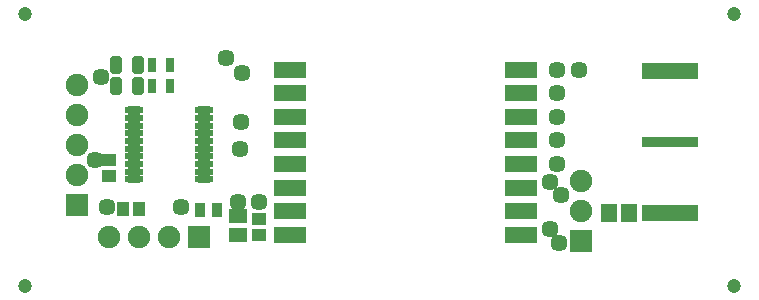
<source format=gts>
G04*
G04 #@! TF.GenerationSoftware,Altium Limited,Altium Designer,18.1.1 (9)*
G04*
G04 Layer_Color=8388736*
%FSLAX42Y42*%
%MOMM*%
G71*
G01*
G75*
%ADD10R,1.00X1.20*%
%ADD11O,1.60X0.65*%
%ADD12R,4.70X1.40*%
%ADD13R,4.70X0.90*%
%ADD14R,1.35X1.60*%
%ADD15R,1.65X1.20*%
%ADD16R,1.20X1.00*%
%ADD17R,0.94X1.22*%
%ADD18R,2.70X1.40*%
%ADD19R,0.80X1.15*%
G04:AMPARAMS|DCode=20|XSize=1.06mm|YSize=1.55mm|CornerRadius=0.32mm|HoleSize=0mm|Usage=FLASHONLY|Rotation=0.000|XOffset=0mm|YOffset=0mm|HoleType=Round|Shape=RoundedRectangle|*
%AMROUNDEDRECTD20*
21,1,1.06,0.91,0,0,0.0*
21,1,0.42,1.55,0,0,0.0*
1,1,0.64,0.21,-0.46*
1,1,0.64,-0.21,-0.46*
1,1,0.64,-0.21,0.46*
1,1,0.64,0.21,0.46*
%
%ADD20ROUNDEDRECTD20*%
%ADD21C,1.20*%
%ADD22R,1.91X1.91*%
%ADD23C,1.91*%
%ADD24R,1.91X1.91*%
%ADD25C,1.45*%
D10*
X582Y400D02*
D03*
X718D02*
D03*
D11*
X1260Y650D02*
D03*
Y715D02*
D03*
Y780D02*
D03*
Y845D02*
D03*
Y910D02*
D03*
Y975D02*
D03*
Y1040D02*
D03*
Y1105D02*
D03*
Y1170D02*
D03*
Y1235D02*
D03*
X670Y650D02*
D03*
Y715D02*
D03*
Y780D02*
D03*
Y845D02*
D03*
Y910D02*
D03*
Y975D02*
D03*
Y1040D02*
D03*
Y1105D02*
D03*
Y1170D02*
D03*
Y1235D02*
D03*
D12*
X5210Y1570D02*
D03*
Y370D02*
D03*
D13*
Y970D02*
D03*
D14*
X4860Y370D02*
D03*
X4690D02*
D03*
D15*
X1550Y180D02*
D03*
Y340D02*
D03*
D16*
X1730Y180D02*
D03*
Y315D02*
D03*
X460Y815D02*
D03*
Y680D02*
D03*
D17*
X1227Y390D02*
D03*
X1373D02*
D03*
D18*
X3945Y180D02*
D03*
Y380D02*
D03*
Y580D02*
D03*
Y780D02*
D03*
Y980D02*
D03*
Y1180D02*
D03*
Y1380D02*
D03*
Y1580D02*
D03*
X1995Y180D02*
D03*
Y380D02*
D03*
Y580D02*
D03*
Y780D02*
D03*
Y980D02*
D03*
Y1180D02*
D03*
Y1380D02*
D03*
Y1580D02*
D03*
D19*
X975Y1620D02*
D03*
X825D02*
D03*
Y1440D02*
D03*
X975D02*
D03*
D20*
X703Y1620D02*
D03*
X516D02*
D03*
X703Y1440D02*
D03*
X516D02*
D03*
D21*
X5750Y-250D02*
D03*
X-250Y2050D02*
D03*
X5750D02*
D03*
X-250Y-250D02*
D03*
D22*
X1224Y160D02*
D03*
D23*
X970D02*
D03*
X716D02*
D03*
X462D02*
D03*
X4460Y384D02*
D03*
Y638D02*
D03*
X190Y686D02*
D03*
Y940D02*
D03*
Y1194D02*
D03*
Y1448D02*
D03*
D24*
X4460Y130D02*
D03*
X190Y432D02*
D03*
D25*
X1590Y1550D02*
D03*
X1450Y1680D02*
D03*
X390Y1520D02*
D03*
X440Y420D02*
D03*
X1070D02*
D03*
X345Y815D02*
D03*
X1575Y1135D02*
D03*
X1570Y910D02*
D03*
X4440Y1580D02*
D03*
X4190Y230D02*
D03*
X4290Y520D02*
D03*
X4190Y630D02*
D03*
X4270Y110D02*
D03*
X4250Y1580D02*
D03*
X1730Y460D02*
D03*
X1550D02*
D03*
X4250Y780D02*
D03*
Y980D02*
D03*
Y1180D02*
D03*
Y1380D02*
D03*
M02*

</source>
